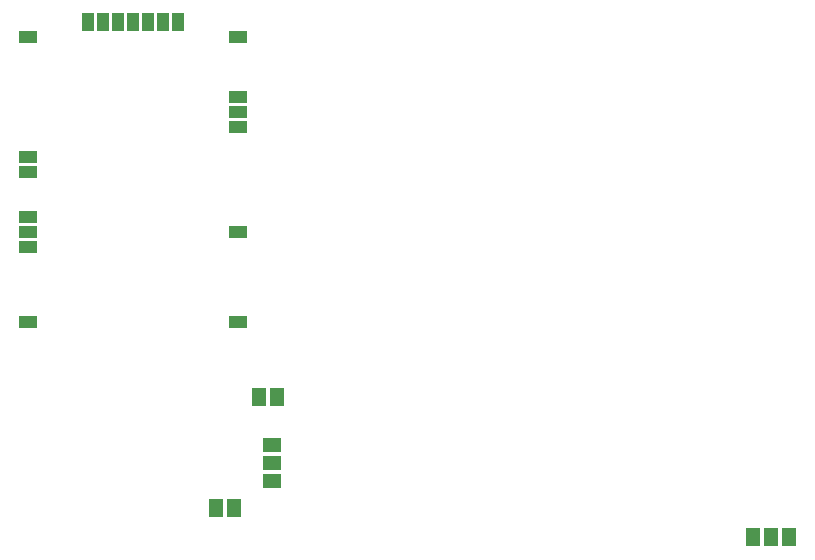
<source format=gbp>
G75*
%MOIN*%
%OFA0B0*%
%FSLAX25Y25*%
%IPPOS*%
%LPD*%
%AMOC8*
5,1,8,0,0,1.08239X$1,22.5*
%
%ADD10R,0.06300X0.04600*%
%ADD11R,0.04600X0.06300*%
%ADD12R,0.06000X0.04000*%
%ADD13R,0.04000X0.06000*%
D10*
X0098215Y0035820D03*
X0098215Y0041820D03*
X0098215Y0047820D03*
D11*
X0079698Y0026778D03*
X0085698Y0026778D03*
X0094131Y0063715D03*
X0100131Y0063715D03*
X0258531Y0017115D03*
X0264531Y0017115D03*
X0270531Y0017115D03*
D12*
X0087131Y0088715D03*
X0087131Y0118715D03*
X0087131Y0153715D03*
X0087131Y0158715D03*
X0087131Y0163715D03*
X0087131Y0183715D03*
X0017131Y0183715D03*
X0017131Y0143715D03*
X0017131Y0138715D03*
X0017131Y0123715D03*
X0017131Y0118715D03*
X0017131Y0113715D03*
X0017131Y0088715D03*
D13*
X0037131Y0188715D03*
X0042131Y0188715D03*
X0047131Y0188715D03*
X0052131Y0188715D03*
X0057131Y0188715D03*
X0062131Y0188715D03*
X0067131Y0188715D03*
M02*

</source>
